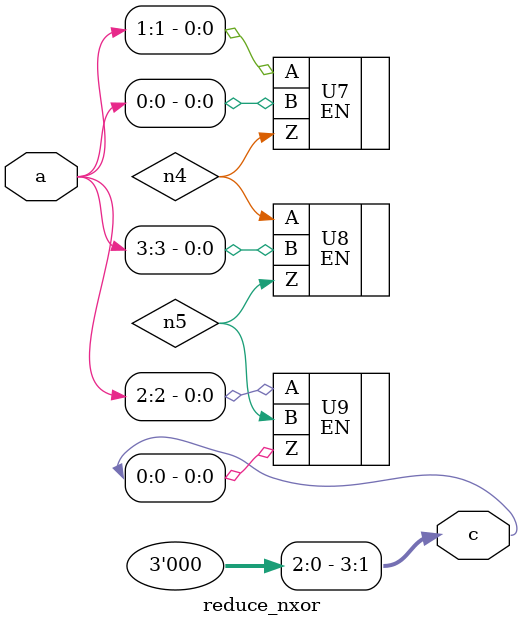
<source format=v>


module reduce_nxor ( a, c );
  input [3:0] a;
  output [3:0] c;
  wire   n4, n5;
  assign c[1] = 1'b0;
  assign c[2] = 1'b0;
  assign c[3] = 1'b0;

  EN U7 ( .A(a[1]), .B(a[0]), .Z(n4) );
  EN U8 ( .A(n4), .B(a[3]), .Z(n5) );
  EN U9 ( .A(a[2]), .B(n5), .Z(c[0]) );
endmodule


</source>
